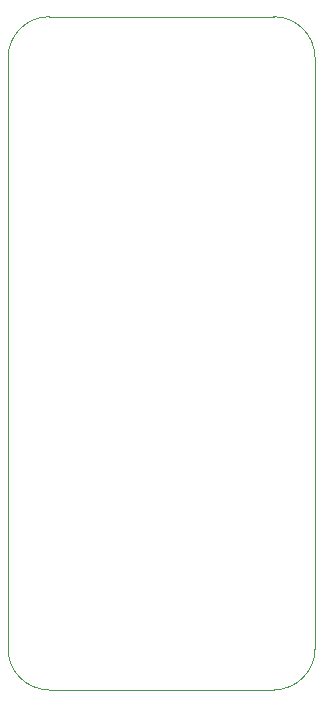
<source format=gbr>
%TF.GenerationSoftware,KiCad,Pcbnew,9.0.2*%
%TF.CreationDate,2025-06-15T01:11:38-07:00*%
%TF.ProjectId,SDM26_SplitterV1.1,53444d32-365f-4537-906c-697474657256,rev?*%
%TF.SameCoordinates,Original*%
%TF.FileFunction,Profile,NP*%
%FSLAX46Y46*%
G04 Gerber Fmt 4.6, Leading zero omitted, Abs format (unit mm)*
G04 Created by KiCad (PCBNEW 9.0.2) date 2025-06-15 01:11:38*
%MOMM*%
%LPD*%
G01*
G04 APERTURE LIST*
%TA.AperFunction,Profile*%
%ADD10C,0.050000*%
%TD*%
G04 APERTURE END LIST*
D10*
X114400000Y-129600000D02*
X95400000Y-129600000D01*
X91900000Y-126100000D02*
X91900000Y-76100000D01*
X95400000Y-129600000D02*
G75*
G02*
X91900000Y-126100000I0J3500000D01*
G01*
X91900000Y-76100000D02*
G75*
G02*
X95400000Y-72600000I3500000J0D01*
G01*
X114400000Y-72600000D02*
G75*
G02*
X117900000Y-76100000I0J-3500000D01*
G01*
X117900000Y-126100000D02*
G75*
G02*
X114400000Y-129600000I-3500000J0D01*
G01*
X95400000Y-72600000D02*
X114400000Y-72600000D01*
X117900000Y-76100000D02*
X117900000Y-126100000D01*
M02*

</source>
